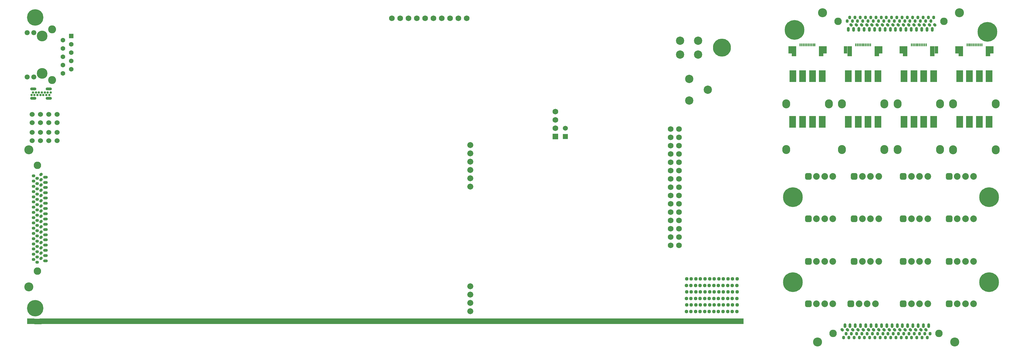
<source format=gbs>
G04*
G04 #@! TF.GenerationSoftware,Altium Limited,Altium Designer,24.8.2 (39)*
G04*
G04 Layer_Color=16711935*
%FSLAX25Y25*%
%MOIN*%
G70*
G04*
G04 #@! TF.SameCoordinates,C1053C66-5238-42FC-9F49-9D65F9AD5EA5*
G04*
G04*
G04 #@! TF.FilePolarity,Negative*
G04*
G01*
G75*
%ADD93R,0.08571X0.06977*%
%ADD94R,0.08571X0.07076*%
%ADD99R,0.07992X0.13898*%
%ADD160R,0.04449X0.08780*%
%ADD161R,0.05236X0.12126*%
%ADD162R,0.01299X0.03268*%
%ADD167C,0.04449*%
%ADD168C,0.12913*%
%ADD169C,0.06102*%
%ADD170C,0.09567*%
%ADD171R,0.05630X0.05630*%
%ADD172C,0.05630*%
%ADD173C,0.02874*%
%ADD174O,0.07598X0.03661*%
%ADD175C,0.19803*%
%ADD176C,0.09961*%
%ADD177C,0.21654*%
%ADD178C,0.07992*%
G04:AMPARAMS|DCode=179|XSize=79.92mil|YSize=79.92mil|CornerRadius=20.28mil|HoleSize=0mil|Usage=FLASHONLY|Rotation=0.000|XOffset=0mil|YOffset=0mil|HoleType=Round|Shape=RoundedRectangle|*
%AMROUNDEDRECTD179*
21,1,0.07992,0.03937,0,0,0.0*
21,1,0.03937,0.07992,0,0,0.0*
1,1,0.04055,0.01968,-0.01968*
1,1,0.04055,-0.01968,-0.01968*
1,1,0.04055,-0.01968,0.01968*
1,1,0.04055,0.01968,0.01968*
%
%ADD179ROUNDEDRECTD179*%
%ADD180C,0.06811*%
%ADD181C,0.06024*%
%ADD182C,0.07205*%
%ADD183R,0.06811X0.06811*%
%ADD184R,0.06024X0.06024*%
%ADD185O,0.03661X0.04449*%
G04:AMPARAMS|DCode=186|XSize=36.61mil|YSize=44.49mil|CornerRadius=0mil|HoleSize=0mil|Usage=FLASHONLY|Rotation=225.000|XOffset=0mil|YOffset=0mil|HoleType=Round|Shape=Round|*
%AMOVALD186*
21,1,0.00787,0.03661,0.00000,0.00000,315.0*
1,1,0.03661,-0.00278,0.00278*
1,1,0.03661,0.00278,-0.00278*
%
%ADD186OVALD186*%

%ADD187O,0.03661X0.05630*%
%ADD188C,0.08976*%
%ADD189C,0.10827*%
%ADD190C,0.23740*%
%ADD191O,0.05630X0.03661*%
G04:AMPARAMS|DCode=192|XSize=36.61mil|YSize=44.49mil|CornerRadius=0mil|HoleSize=0mil|Usage=FLASHONLY|Rotation=315.000|XOffset=0mil|YOffset=0mil|HoleType=Round|Shape=Round|*
%AMOVALD192*
21,1,0.00787,0.03661,0.00000,0.00000,45.0*
1,1,0.03661,-0.00278,-0.00278*
1,1,0.03661,0.00278,0.00278*
%
%ADD192OVALD192*%

%ADD193O,0.04449X0.03661*%
%ADD194O,0.09567X0.10748*%
%ADD242R,8.46653X0.07076*%
D93*
X3490Y-15989D02*
D03*
D94*
X-5081Y-15939D02*
D03*
D99*
X1013701Y279331D02*
D03*
X1080630D02*
D03*
X1068819Y279332D02*
D03*
X1045197Y279331D02*
D03*
X1057008D02*
D03*
X1001890D02*
D03*
X946772D02*
D03*
X934961D02*
D03*
X911339D02*
D03*
X923150D02*
D03*
X978268D02*
D03*
X990079D02*
D03*
X1123937D02*
D03*
X1135748D02*
D03*
X1112126D02*
D03*
X1147559D02*
D03*
X923150Y224214D02*
D03*
X910945D02*
D03*
X934961D02*
D03*
X946772D02*
D03*
X978268D02*
D03*
X1123937D02*
D03*
X1045197D02*
D03*
X1057008D02*
D03*
X1112126D02*
D03*
X1147559D02*
D03*
X1001890D02*
D03*
X1080630D02*
D03*
X990079D02*
D03*
X1068819D02*
D03*
X1013701D02*
D03*
X1135748D02*
D03*
D160*
X1108778Y310828D02*
D03*
X1150904D02*
D03*
X907992D02*
D03*
X950118D02*
D03*
X1041848Y310828D02*
D03*
X1083974D02*
D03*
X1017047D02*
D03*
X974921D02*
D03*
D161*
X1113502Y309155D02*
D03*
X1146179D02*
D03*
X912717D02*
D03*
X945394D02*
D03*
X1046573Y309155D02*
D03*
X1079250D02*
D03*
X1012323D02*
D03*
X979646D02*
D03*
D162*
X1138699Y316734D02*
D03*
X1136730D02*
D03*
X1134762D02*
D03*
X1132794D02*
D03*
X1130786D02*
D03*
X1128856D02*
D03*
X1126888D02*
D03*
X1124919D02*
D03*
X1122951D02*
D03*
X1120982D02*
D03*
X937914D02*
D03*
X935945D02*
D03*
X933976D02*
D03*
X932008D02*
D03*
X930000D02*
D03*
X928071D02*
D03*
X926103D02*
D03*
X924134D02*
D03*
X922165D02*
D03*
X920197D02*
D03*
X1071770Y316734D02*
D03*
X1069801D02*
D03*
X1067833D02*
D03*
X1065864D02*
D03*
X1063856D02*
D03*
X1061927D02*
D03*
X1059959D02*
D03*
X1057990D02*
D03*
X1056022D02*
D03*
X1054053D02*
D03*
X987126D02*
D03*
X989094D02*
D03*
X991063D02*
D03*
X993031D02*
D03*
X995000D02*
D03*
X996929D02*
D03*
X998937D02*
D03*
X1000905D02*
D03*
X1002874D02*
D03*
X1004842D02*
D03*
D167*
X843971Y-4134D02*
D03*
X844365Y3740D02*
D03*
X843971Y11614D02*
D03*
X844365Y19488D02*
D03*
X843971Y27362D02*
D03*
X844365Y35236D02*
D03*
X838459Y-4134D02*
D03*
X838853Y3740D02*
D03*
X838459Y11614D02*
D03*
X838853Y19488D02*
D03*
X838459Y27362D02*
D03*
X838853Y35236D02*
D03*
X832947Y-4134D02*
D03*
X833341Y3740D02*
D03*
X832947Y11614D02*
D03*
X833341Y19488D02*
D03*
X832947Y27362D02*
D03*
X833341Y35236D02*
D03*
X827435Y-4134D02*
D03*
X827829Y3740D02*
D03*
X827435Y11614D02*
D03*
X827829Y19488D02*
D03*
X827435Y27362D02*
D03*
X827829Y35236D02*
D03*
X821924Y-4134D02*
D03*
X822317Y3740D02*
D03*
X821924Y11614D02*
D03*
X822317Y19488D02*
D03*
X821924Y27362D02*
D03*
X822317Y35236D02*
D03*
X816412Y-4134D02*
D03*
X816806Y3740D02*
D03*
X816412Y11614D02*
D03*
X816806Y19488D02*
D03*
X816412Y27362D02*
D03*
X816806Y35236D02*
D03*
X810900Y-4134D02*
D03*
X811294Y3740D02*
D03*
X810900Y11614D02*
D03*
X811294Y19488D02*
D03*
X810900Y27362D02*
D03*
X811294Y35236D02*
D03*
X805388Y-4134D02*
D03*
X805782Y3740D02*
D03*
X805388Y11614D02*
D03*
X805782Y19488D02*
D03*
X805388Y27362D02*
D03*
X805782Y35236D02*
D03*
X799876Y-4134D02*
D03*
X800270Y3740D02*
D03*
X799876Y11614D02*
D03*
X800270Y19488D02*
D03*
X799876Y27362D02*
D03*
X800270Y35236D02*
D03*
X794365Y-4134D02*
D03*
X794758Y3740D02*
D03*
X794365Y11614D02*
D03*
X794758Y19488D02*
D03*
X794365Y27362D02*
D03*
X794758Y35236D02*
D03*
X788853Y-4134D02*
D03*
X789247Y3740D02*
D03*
X788853Y11614D02*
D03*
X789247Y19488D02*
D03*
X788853Y27362D02*
D03*
X789247Y35236D02*
D03*
X783341Y-4134D02*
D03*
X783735Y3740D02*
D03*
X783341Y11614D02*
D03*
X783735Y19488D02*
D03*
X783341Y27362D02*
D03*
X783735Y35236D02*
D03*
D168*
X8583Y327421D02*
D03*
Y282421D02*
D03*
D169*
X-1457Y331693D02*
D03*
X-9449Y278150D02*
D03*
Y331693D02*
D03*
X-1457Y278150D02*
D03*
D170*
X20591Y274429D02*
D03*
Y335413D02*
D03*
D171*
X43583Y327421D02*
D03*
D172*
Y317421D02*
D03*
Y307421D02*
D03*
Y297421D02*
D03*
Y287421D02*
D03*
X33583Y322421D02*
D03*
Y312421D02*
D03*
Y302421D02*
D03*
Y292421D02*
D03*
Y282421D02*
D03*
D173*
X-4291Y256575D02*
D03*
X-2520Y259646D02*
D03*
X16969Y256575D02*
D03*
X18740Y259646D02*
D03*
X2795Y256575D02*
D03*
X-748D02*
D03*
X6339D02*
D03*
X1024Y259646D02*
D03*
X4567D02*
D03*
X9882Y256575D02*
D03*
X13425D02*
D03*
X8111Y259646D02*
D03*
X11654D02*
D03*
X15197D02*
D03*
D174*
X-2323Y252480D02*
D03*
Y263740D02*
D03*
X16575Y252480D02*
D03*
Y263740D02*
D03*
D175*
X0Y0D02*
D03*
Y350000D02*
D03*
D176*
X775673Y321790D02*
D03*
X797326Y305255D02*
D03*
Y321790D02*
D03*
X775673Y305255D02*
D03*
X786929Y275787D02*
D03*
Y249803D02*
D03*
X808976Y262795D02*
D03*
D177*
X826066Y313522D02*
D03*
D178*
X1128858Y107480D02*
D03*
X1109173D02*
D03*
X1119016D02*
D03*
X1128858Y158661D02*
D03*
X1109173D02*
D03*
X1119016D02*
D03*
X1128858Y56299D02*
D03*
X1109173D02*
D03*
X1119016D02*
D03*
Y5118D02*
D03*
X1109173D02*
D03*
X1128858D02*
D03*
X1073740Y158661D02*
D03*
X1054055D02*
D03*
X1063898D02*
D03*
Y107480D02*
D03*
X1054055D02*
D03*
X1073740D02*
D03*
Y56299D02*
D03*
X1054055D02*
D03*
X1063898D02*
D03*
Y5118D02*
D03*
X1054055D02*
D03*
X1073740D02*
D03*
X1014685Y158661D02*
D03*
X995000D02*
D03*
X1004842D02*
D03*
Y107480D02*
D03*
X995000D02*
D03*
X1014685D02*
D03*
Y56299D02*
D03*
X995000D02*
D03*
X1004842D02*
D03*
X1000906Y5118D02*
D03*
X991063D02*
D03*
X1010748D02*
D03*
X959567Y158661D02*
D03*
X939882D02*
D03*
X949724D02*
D03*
Y107480D02*
D03*
X939882D02*
D03*
X959567D02*
D03*
Y56299D02*
D03*
X939882D02*
D03*
X949724D02*
D03*
Y5118D02*
D03*
X939882D02*
D03*
X959567D02*
D03*
D179*
X1099331Y107480D02*
D03*
Y158661D02*
D03*
Y56299D02*
D03*
Y5118D02*
D03*
X1044213Y158661D02*
D03*
Y107480D02*
D03*
Y56299D02*
D03*
Y5118D02*
D03*
X985157Y158661D02*
D03*
Y107480D02*
D03*
Y56299D02*
D03*
X981221Y5118D02*
D03*
X930039Y158661D02*
D03*
Y107480D02*
D03*
Y56299D02*
D03*
Y5118D02*
D03*
D180*
X519055Y349016D02*
D03*
X509055D02*
D03*
X499055D02*
D03*
X489055D02*
D03*
X469056D02*
D03*
X459056D02*
D03*
X449056D02*
D03*
X439057D02*
D03*
X429057D02*
D03*
X764607Y115474D02*
D03*
Y105474D02*
D03*
X774607D02*
D03*
Y95474D02*
D03*
Y85474D02*
D03*
X764607D02*
D03*
X774607Y75474D02*
D03*
X764607D02*
D03*
Y165474D02*
D03*
X774607D02*
D03*
Y155474D02*
D03*
X764607Y145474D02*
D03*
X774607Y135474D02*
D03*
X764607D02*
D03*
X774607Y125474D02*
D03*
Y215474D02*
D03*
X764607Y205474D02*
D03*
X774607Y195474D02*
D03*
X764607D02*
D03*
X774607Y185474D02*
D03*
X764607Y175474D02*
D03*
X625906Y216496D02*
D03*
Y226496D02*
D03*
X479055Y349016D02*
D03*
X774607Y115474D02*
D03*
X764607Y95474D02*
D03*
Y155474D02*
D03*
X774607Y145474D02*
D03*
X764607Y125474D02*
D03*
Y215474D02*
D03*
X774607Y205474D02*
D03*
X764607Y185474D02*
D03*
X774607Y175474D02*
D03*
X625906Y236496D02*
D03*
D181*
X-3661Y233150D02*
D03*
X6339D02*
D03*
X16339D02*
D03*
X26339D02*
D03*
X637716Y216496D02*
D03*
X26339Y211496D02*
D03*
X16339D02*
D03*
X6339D02*
D03*
X-3661D02*
D03*
Y223150D02*
D03*
X6339D02*
D03*
X16339D02*
D03*
X26339D02*
D03*
Y201496D02*
D03*
X16339D02*
D03*
X6339D02*
D03*
X-3661D02*
D03*
D182*
X523543Y16236D02*
D03*
Y6236D02*
D03*
Y146284D02*
D03*
Y156284D02*
D03*
Y166284D02*
D03*
Y176284D02*
D03*
Y186284D02*
D03*
Y196284D02*
D03*
Y26236D02*
D03*
Y-3764D02*
D03*
D183*
X625906Y206496D02*
D03*
D184*
X637716D02*
D03*
D185*
X979823Y350000D02*
D03*
X986122D02*
D03*
X992421D02*
D03*
X998720D02*
D03*
X1005020D02*
D03*
X1011319D02*
D03*
X1017618D02*
D03*
X1023917D02*
D03*
X1030217D02*
D03*
X1036516D02*
D03*
X1042815D02*
D03*
X1049114D02*
D03*
X1055413D02*
D03*
X1061713D02*
D03*
X1068012D02*
D03*
X1074311D02*
D03*
X1080610D02*
D03*
X976673Y345472D02*
D03*
X982972D02*
D03*
X989272D02*
D03*
X995571D02*
D03*
X1001870D02*
D03*
X1008169D02*
D03*
X1014468D02*
D03*
X1020768D02*
D03*
X1027067D02*
D03*
X1033366D02*
D03*
X1039665D02*
D03*
X1045965D02*
D03*
X1052264D02*
D03*
X1058563D02*
D03*
X1064862D02*
D03*
X1071161D02*
D03*
X1077461D02*
D03*
X1073168Y-35432D02*
D03*
X1066868D02*
D03*
X1060569D02*
D03*
X1054270D02*
D03*
X1047971D02*
D03*
X1041672D02*
D03*
X1035372D02*
D03*
X1029073D02*
D03*
X1022774D02*
D03*
X1016475D02*
D03*
X1010176D02*
D03*
X1003876D02*
D03*
X997577D02*
D03*
X991278D02*
D03*
X984979D02*
D03*
X978679D02*
D03*
X972380D02*
D03*
X1076317Y-30904D02*
D03*
X1070018D02*
D03*
X1063719D02*
D03*
X1057420D02*
D03*
X1051120D02*
D03*
X1044821D02*
D03*
X1038522D02*
D03*
X1032223D02*
D03*
X1025924D02*
D03*
X1019624D02*
D03*
X1013325D02*
D03*
X1007026D02*
D03*
X1000727D02*
D03*
X994427D02*
D03*
X988128D02*
D03*
X981829D02*
D03*
X975530D02*
D03*
D186*
X1012894Y340748D02*
D03*
X1019193D02*
D03*
X1025492D02*
D03*
X1031791D02*
D03*
X1038091D02*
D03*
X981398D02*
D03*
X987697D02*
D03*
X993996D02*
D03*
X1000295D02*
D03*
X1006594D02*
D03*
X1044390D02*
D03*
X1050689D02*
D03*
X1056988D02*
D03*
X1063287D02*
D03*
X1069587D02*
D03*
X1075886D02*
D03*
X1082185D02*
D03*
X1040097Y-26180D02*
D03*
X1033798D02*
D03*
X1027498D02*
D03*
X1021199D02*
D03*
X1014900D02*
D03*
X1071593D02*
D03*
X1065294D02*
D03*
X1058994D02*
D03*
X1052695D02*
D03*
X1046396D02*
D03*
X1008601D02*
D03*
X1002302D02*
D03*
X996002D02*
D03*
X989703D02*
D03*
X983404D02*
D03*
X977105D02*
D03*
X970805D02*
D03*
D187*
X1009744Y335630D02*
D03*
X1016043D02*
D03*
X1022342D02*
D03*
X1028642D02*
D03*
X1034941D02*
D03*
X984547D02*
D03*
X990846D02*
D03*
X997146D02*
D03*
X1003445D02*
D03*
X1041240D02*
D03*
X1047539D02*
D03*
X1053839D02*
D03*
X1060138D02*
D03*
X1066437D02*
D03*
X1072736D02*
D03*
X1079035D02*
D03*
X1043246Y-21061D02*
D03*
X1036947D02*
D03*
X1030648D02*
D03*
X1024349D02*
D03*
X1018050D02*
D03*
X1068443D02*
D03*
X1062144D02*
D03*
X1055845D02*
D03*
X1049546D02*
D03*
X1011750D02*
D03*
X1005451D02*
D03*
X999152D02*
D03*
X992853D02*
D03*
X986553D02*
D03*
X980254D02*
D03*
X973955D02*
D03*
X978248Y335630D02*
D03*
X1074743Y-21061D02*
D03*
D188*
X965768Y345079D02*
D03*
X1093130Y345079D02*
D03*
X1087223Y-30510D02*
D03*
X959861Y-30510D02*
D03*
X2874Y171752D02*
D03*
X2874Y44390D02*
D03*
D189*
X946968Y355433D02*
D03*
X1111929D02*
D03*
X1106022Y-40865D02*
D03*
X941061D02*
D03*
X-7480Y190551D02*
D03*
Y25591D02*
D03*
D190*
X1147559Y31299D02*
D03*
X911337Y133661D02*
D03*
X1145591Y332480D02*
D03*
X913307Y334842D02*
D03*
X911337Y31299D02*
D03*
X1147559Y133661D02*
D03*
D191*
X12323Y157658D02*
D03*
Y151358D02*
D03*
Y145059D02*
D03*
Y138760D02*
D03*
Y132461D02*
D03*
Y126161D02*
D03*
Y119862D02*
D03*
Y82067D02*
D03*
Y75768D02*
D03*
Y69468D02*
D03*
Y63169D02*
D03*
Y113563D02*
D03*
Y107264D02*
D03*
Y100964D02*
D03*
Y94665D02*
D03*
Y88366D02*
D03*
Y56870D02*
D03*
D192*
X7205Y160807D02*
D03*
Y154508D02*
D03*
Y148209D02*
D03*
Y141910D02*
D03*
Y135610D02*
D03*
Y129311D02*
D03*
Y123012D02*
D03*
Y85216D02*
D03*
Y78917D02*
D03*
Y72618D02*
D03*
Y66319D02*
D03*
Y60020D02*
D03*
Y116713D02*
D03*
Y110413D02*
D03*
Y104114D02*
D03*
Y97815D02*
D03*
Y91516D02*
D03*
D193*
X2480Y156083D02*
D03*
Y149784D02*
D03*
Y143484D02*
D03*
Y137185D02*
D03*
Y130886D02*
D03*
Y124587D02*
D03*
Y118287D02*
D03*
Y111988D02*
D03*
Y105689D02*
D03*
Y99390D02*
D03*
Y93090D02*
D03*
Y86791D02*
D03*
Y80492D02*
D03*
Y74193D02*
D03*
Y67894D02*
D03*
Y61594D02*
D03*
Y55295D02*
D03*
X-2047Y159232D02*
D03*
Y152933D02*
D03*
Y146634D02*
D03*
Y140335D02*
D03*
Y134036D02*
D03*
Y127736D02*
D03*
Y121437D02*
D03*
Y115138D02*
D03*
Y108839D02*
D03*
Y102539D02*
D03*
Y96240D02*
D03*
Y89941D02*
D03*
Y83642D02*
D03*
Y77342D02*
D03*
Y71043D02*
D03*
Y64744D02*
D03*
Y58445D02*
D03*
D194*
X1155433Y245866D02*
D03*
Y190453D02*
D03*
X1088504Y190748D02*
D03*
Y245866D02*
D03*
X1021575Y190748D02*
D03*
Y245866D02*
D03*
X954646D02*
D03*
X903465Y190748D02*
D03*
X970394D02*
D03*
X1037323D02*
D03*
X1104252Y190453D02*
D03*
Y245866D02*
D03*
X1037323D02*
D03*
X970394D02*
D03*
X903465D02*
D03*
D242*
X428708Y-15939D02*
D03*
M02*

</source>
